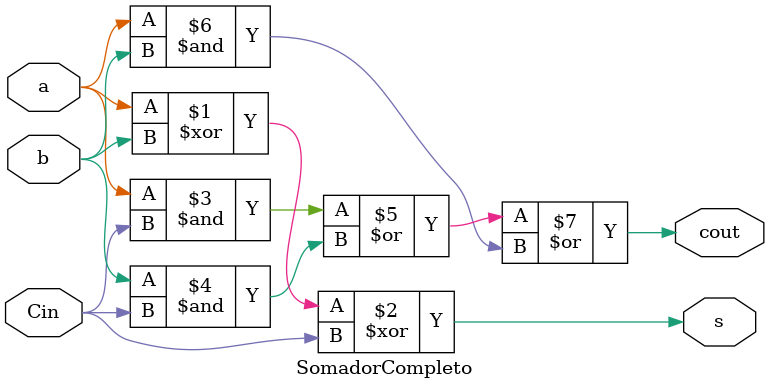
<source format=sv>
module SomadorCompleto(
    input logic a, b, Cin,
    output logic s, cout);

    assign s = a ^ b ^ Cin;
    assign cout = (a & Cin) | (b & Cin) | (a & b);

endmodule

</source>
